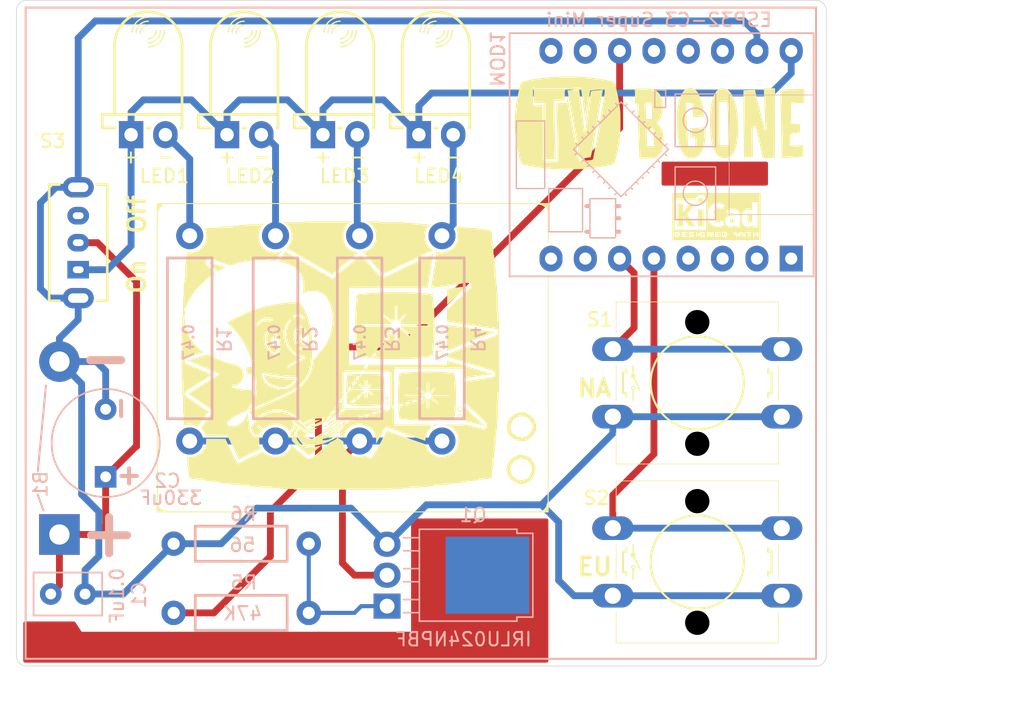
<source format=kicad_pcb>
(kicad_pcb (version 20241229) (generator "pcbnew") (generator_version "9.0")
  (title_block (title "TV-B-Gone kit V2 -- preliminary PCB") (date "2026-01-29") (rev "r1") (company "Cornfield Electronics") (comment 1 "Mitch Altman") (comment 2 "License:  CC BY-SA 4.0"))
  (layers (0 "F.Cu" signal) (2 "B.Cu" signal) (13 "F.Paste" user) (15 "B.Paste" user) (5 "F.SilkS" user "F.Silkscreen") (7 "B.SilkS" user "B.Silkscreen") (1 "F.Mask" user) (3 "B.Mask" user) (25 "Edge.Cuts" user))
  (net 0 "")
  (net 1 "GND")
  (net 2 "Net-(S3-B)")
  (net 4 "+4.5V")
  (net 8 "Net-(MOD1-GPIO10)")
  (net 13 "Net-(MOD1-GPIO9)")
  (net 14 "Net-(MOD1-GPIO2)")
  (net 19 "Net-(LED1-PadK)")
  (net 20 "Net-(LED2-PadK)")
  (net 21 "Net-(LED3-PadK)")
  (net 22 "Net-(LED4-PadK)")
  (net 23 "Net-(Q1-PadD)")
  (net 24 "Net-(Q1-PadG)")
  (footprint "TVBG_Library:Turning_Off_TVs_pads_masked" (layer "F.Cu") (at 138.43 111.29)
    (property "Reference" "G***" (hide yes))
    (property "Value" "LOGO" (hide yes))
  )
  (footprint "TVBG_Library:TACTILE_SWITCH_12MM" (layer "F.Cu") (at 163.93 126.405)
    (property "Reference" "S2" (at -7.466 -4.739 0) (layer "F.SilkS"))
    (property "Value" "EU")
    (pad "" np_thru_hole circle (at 0 -4.5) (size 3.048 3.048) (drill 1.8) (layers))
    (pad "" np_thru_hole oval (at 0 4.5) (size 3.048 1.624) (drill 1.8) (layers))
    (pad "1" thru_hole oval (at 6.25 2.5) (size 3.048 1.75) (drill 1.2) (layers "*.Cu" "*.Mask") (net 1 "GND"))
    (pad "2" thru_hole oval (at -6.25 2.5) (size 3.048 1.75) (drill 1.2) (layers "*.Cu" "*.Mask") (net 1 "GND"))
    (pad "3" thru_hole oval (at 6.25 -2.5) (size 3.048 1.75) (drill 1.2) (layers "*.Cu" "*.Mask") (net 13 "Net-(MOD1-GPIO9)"))
    (pad "4" thru_hole oval (at -6.25 -2.5) (size 3.048 1.75) (drill 1.2) (layers "*.Cu" "*.Mask") (net 13 "Net-(MOD1-GPIO9)"))
  )
  (footprint "TVBG_Library:Cornfield_logo" (layer "F.Cu") (at 128.27 132.588)
    (property "Reference" "G***" (hide yes))
    (property "Value" "LOGO" (hide yes))
  )
  (footprint "TVBG_Library:C&K_SPST_OS102011MS2QS1" (layer "F.Cu") (at 118.11 104.775 90)
    (property "Reference" "S3" (at 9.525 -1.905 180) (layer "F.SilkS"))
    (property "Value" "Power" (hide yes))
    (pad "1" thru_hole rect (at 0 0 90) (size 1.3 1.6) (drill oval 0.5 0.8) (layers "*.Cu" "*.Mask") (net 4 "+4.5V"))
    (pad "2" thru_hole oval (at 2.000001 0.000001 90) (size 1.3 1.6) (drill oval 0.5 0.8) (layers "*.Cu" "*.Mask") (net 2 "Net-(S3-B)"))
    (pad "3" thru_hole oval (at 4 0 90) (size 1.3 1.6) (drill oval 0.5 0.8) (layers "*.Cu" "*.Mask"))
    (pad "4" thru_hole oval (at -2.1 0 90) (size 1.5 2.3) (drill oval 0.7 1.5) (layers "*.Cu" "*.Mask") (net 1 "GND"))
    (pad "5" thru_hole oval (at 6.1 0 90) (size 1.5 2.3) (drill oval 0.7 1.5) (layers "*.Cu" "*.Mask") (net 1 "GND"))
  )
  (footprint "TVBG_Library:LED_IR_5MM" (layer "F.Cu") (at 144.595 94.780001)
    (property "Reference" "LED4" (at -1.72 3.644999 0) (layer "F.SilkS") (effects (justify left bottom)))
    (property "Value" "IR333-A")
    (fp_text user "+" (at -2 2.2 0) (layer "F.SilkS") (effects (justify left bottom)))
    (fp_text user "-" (at 0.6 2.2 0) (layer "F.SilkS") (effects (justify left bottom)))
    (pad "A" thru_hole rect (at -1.27 0) (size 1.8 2) (drill 1) (layers "*.Cu" "*.Mask") (net 4 "+4.5V"))
    (pad "K" thru_hole oval (at 1.27 0) (size 1.8 2) (drill 1) (layers "*.Cu" "*.Mask") (net 22 "Net-(LED4-PadK)"))
  )
  (footprint "TVBG_Library:CC-BY-SA_logo" (layer "F.Cu") (at 147.828 124.46)
    (property "Reference" "G***" (hide yes))
    (property "Value" "LOGO" (hide yes))
  )
  (footprint "TVBG_Library:KiCad_Designed_With" (layer "F.Cu") (at 165.354 100.838)
    (property "Reference" "G***" (hide yes))
    (property "Value" "LOGO" (hide yes))
  )
  (footprint "TVBG_Library:LED_IR_5MM" (layer "F.Cu") (at 137.495 94.780001)
    (property "Reference" "LED3" (at -1.605 3.644999 0) (layer "F.SilkS") (effects (justify left bottom)))
    (property "Value" "IR333-A")
    (fp_text user "+" (at -2 2.2 0) (layer "F.SilkS") (effects (justify left bottom)))
    (fp_text user "-" (at 0.6 2.2 0) (layer "F.SilkS") (effects (justify left bottom)))
    (pad "A" thru_hole rect (at -1.27 0) (size 1.8 2) (drill 1) (layers "*.Cu" "*.Mask") (net 4 "+4.5V"))
    (pad "K" thru_hole oval (at 1.27 0) (size 1.8 2) (drill 1) (layers "*.Cu" "*.Mask") (net 21 "Net-(LED3-PadK)"))
  )
  (footprint "TVBG_Library:LED_IR_5MM" (layer "F.Cu") (at 123.295 94.780001)
    (property "Reference" "LED1" (at -0.74 3.644999 0) (layer "F.SilkS") (effects (justify left bottom)))
    (property "Value" "IR333C/H0/L10")
    (fp_text user "+" (at -2 2.2 0) (layer "F.SilkS") (effects (justify left bottom)))
    (fp_text user "-" (at 0.6 2.2 0) (layer "F.SilkS") (effects (justify left bottom)))
    (pad "A" thru_hole rect (at -1.27 0) (size 1.8 2) (drill 1) (layers "*.Cu" "*.Mask") (net 4 "+4.5V"))
    (pad "K" thru_hole oval (at 1.27 0) (size 1.8 2) (drill 1) (layers "*.Cu" "*.Mask") (net 19 "Net-(LED1-PadK)"))
  )
  (footprint "TVBG_Library:LED_IR_5MM" (layer "F.Cu") (at 130.395 94.780001)
    (property "Reference" "LED2" (at -1.49 3.644999 0) (layer "F.SilkS") (effects (justify left bottom)))
    (property "Value" "IR333C/H0/L10")
    (fp_text user "-" (at 0.6 2.2 0) (layer "F.SilkS") (effects (justify left bottom)))
    (fp_text user "+" (at -2 2.2 0) (layer "F.SilkS") (effects (justify left bottom)))
    (pad "A" thru_hole rect (at -1.27 0) (size 1.8 2) (drill 1) (layers "*.Cu" "*.Mask") (net 4 "+4.5V"))
    (pad "K" thru_hole oval (at 1.27 0) (size 1.8 2) (drill 1) (layers "*.Cu" "*.Mask") (net 20 "Net-(LED2-PadK)"))
  )
  (footprint "TVBG_Library:TV-B-Gone_logo" (layer "F.Cu") (at 161.036 93.98)
    (property "Reference" "G***" (hide yes))
    (property "Value" "LOGO" (hide yes))
  )
  (footprint "TVBG_Library:Open_Hardware_logo" (layer "F.Cu") (at 147.828 129.794)
    (property "Reference" "G***" (hide yes))
    (property "Value" "LOGO" (hide yes))
  )
  (footprint "TVBG_Library:TACTILE_SWITCH_12MM" (layer "F.Cu") (at 163.93 113.155)
    (property "Reference" "S1" (at -7.212 -4.697 0) (layer "F.SilkS"))
    (property "Value" "NA")
    (pad "" np_thru_hole circle (at 0 -4.5) (size 3.048 3.048) (drill 1.8) (layers))
    (pad "" np_thru_hole oval (at 0 4.5) (size 3.048 1.624) (drill 1.8) (layers))
    (pad "1" thru_hole oval (at 6.25 2.5) (size 3.048 1.75) (drill 1.2) (layers "*.Cu" "*.Mask") (net 1 "GND"))
    (pad "2" thru_hole oval (at -6.25 2.5) (size 3.048 1.75) (drill 1.2) (layers "*.Cu" "*.Mask") (net 1 "GND"))
    (pad "3" thru_hole oval (at 6.25 -2.5) (size 3.048 1.75) (drill 1.2) (layers "*.Cu" "*.Mask") (net 8 "Net-(MOD1-GPIO10)"))
    (pad "4" thru_hole oval (at -6.25 -2.5) (size 3.048 1.75) (drill 1.2) (layers "*.Cu" "*.Mask") (net 8 "Net-(MOD1-GPIO10)"))
  )
  (footprint "TVBG_Library:Resistor_THT_0.25W" (layer "B.Cu") (at 130.175 125.055)
    (property "Reference" "R6" (at 1.228215 -1.611 0) (layer "B.SilkS") (effects (justify left bottom mirror)))
    (property "Value" "47K")
    (pad "P$1" thru_hole circle (at -5 0) (size 1.8 1.8) (drill 0.9) (layers "*.Cu" "*.Mask") (net 1 "GND"))
    (pad "P$2" thru_hole circle (at 5 0) (size 1.8 1.8) (drill 0.9) (layers "*.Cu" "*.Mask") (net 24 "Net-(Q1-PadG)"))
  )
  (footprint "TVBG_Library:Resistor_THT_0.5W" (layer "B.Cu") (at 145.034 109.854997 90)
    (property "Reference" "R4" (at -1.143003 2.032 270) (layer "B.SilkS") (effects (justify left bottom mirror)))
    (property "Value" "0.47")
    (pad "P$1" thru_hole circle (at -7.6 0 90) (size 2 2) (drill 1.1) (layers "*.Cu" "*.Mask") (net 23 "Net-(Q1-PadD)"))
    (pad "P$2" thru_hole circle (at 7.6 0 90) (size 2 2) (drill 1.1) (layers "*.Cu" "*.Mask") (net 22 "Net-(LED4-PadK)"))
  )
  (footprint "TVBG_Library:BatteryHolder_Eagle_Plastic_Devices_3xAA" (layer "B.Cu") (at 172.72 109.474 180)
    (property "Reference" "B1" (at 57.404 -11.176 90) (layer "B.SilkS") (effects (justify mirror)))
    (property "Value" "Battery Holder for 3xAA")
    (fp_text user "+" (at 52.324 -14.699998 0) (layer "B.SilkS") (effects (font (size 3.5 3.5) (thickness 0.6) (bold yes)) (justify mirror)))
    (fp_text user "-" (at 52.578 -1.778 0) (layer "B.SilkS") (effects (font (size 3 3) (thickness 0.6) (bold yes)) (justify mirror)))
    (pad "+" thru_hole rect (at 56 -14.899998 180) (size 3 3) (drill 1.5) (layers "*.Cu" "*.Mask") (net 2 "Net-(S3-B)"))
    (pad "-" thru_hole circle (at 56 -2.1 180) (size 3 3) (drill 1.5) (layers "*.Cu" "*.Mask") (net 1 "GND"))
  )
  (footprint "TVBG_Library:Resistor_THT_0.25W" (layer "B.Cu") (at 130.175 130.175)
    (property "Reference" "R5" (at 1.27 -1.651 0) (layer "B.SilkS") (effects (justify left bottom mirror)))
    (property "Value" "56")
    (pad "P$1" thru_hole circle (at -5 0) (size 1.8 1.8) (drill 0.9) (layers "*.Cu" "*.Mask") (net 14 "Net-(MOD1-GPIO2)"))
    (pad "P$2" thru_hole circle (at 5 0) (size 1.8 1.8) (drill 0.9) (layers "*.Cu" "*.Mask") (net 24 "Net-(Q1-PadG)"))
  )
  (footprint "TVBG_Library:Resistor_THT_0.5W" (layer "B.Cu") (at 132.715 109.854997 90)
    (property "Reference" "R2" (at -1.143003 1.905 270) (layer "B.SilkS") (effects (justify left bottom mirror)))
    (property "Value" "0.47")
    (pad "P$1" thru_hole circle (at -7.6 0 90) (size 2 2) (drill 1.1) (layers "*.Cu" "*.Mask") (net 23 "Net-(Q1-PadD)"))
    (pad "P$2" thru_hole circle (at 7.6 0 90) (size 2 2) (drill 1.1) (layers "*.Cu" "*.Mask") (net 20 "Net-(LED2-PadK)"))
  )
  (footprint "TVBG_Library:Resistor_THT_0.5W" (layer "B.Cu") (at 126.365 109.854997 90)
    (property "Reference" "R1" (at -1.143003 1.905 270) (layer "B.SilkS") (effects (justify left bottom mirror)))
    (property "Value" "0.47")
    (pad "P$1" thru_hole circle (at -7.6 0 90) (size 2 2) (drill 1.1) (layers "*.Cu" "*.Mask") (net 23 "Net-(Q1-PadD)"))
    (pad "P$2" thru_hole circle (at 7.6 0 90) (size 2 2) (drill 1.1) (layers "*.Cu" "*.Mask") (net 19 "Net-(LED1-PadK)"))
  )
  (footprint "TVBG_Library:TO-251AA_Horizontal_TabDown" (layer "B.Cu") (at 140.97 129.675001 90)
    (property "Reference" "Q1" (at 6.739001 6.372 180) (layer "B.SilkS") (effects (justify mirror)))
    (property "Value" "IRLU024NPBF")
    (pad "4" smd rect (at 2.29 7.433 90) (size 5.7 6.2) (layers "B.Cu" "B.Mask" "B.Paste"))
    (pad "D" thru_hole oval (at 2.29 0 90) (size 1.85 2) (drill 1.1) (layers "*.Cu" "*.Mask") (net 23 "Net-(Q1-PadD)"))
    (pad "G" thru_hole rect (at 0 0 90) (size 1.85 2) (drill 1.1) (layers "*.Cu" "*.Mask") (net 24 "Net-(Q1-PadG)"))
    (pad "S" thru_hole oval (at 4.58 0 90) (size 1.85 2) (drill 1.1) (layers "*.Cu" "*.Mask") (net 1 "GND"))
  )
  (footprint "TVBG_Library:Resistor_THT_0.5W" (layer "B.Cu") (at 138.938 109.855 90)
    (property "Reference" "R3" (at -1.143 1.778 270) (layer "B.SilkS") (effects (justify left bottom mirror)))
    (property "Value" "0.47")
    (pad "P$1" thru_hole circle (at -7.6 0 90) (size 2 2) (drill 1.1) (layers "*.Cu" "*.Mask") (net 23 "Net-(Q1-PadD)"))
    (pad "P$2" thru_hole circle (at 7.6 0 90) (size 2 2) (drill 1.1) (layers "*.Cu" "*.Mask") (net 21 "Net-(LED3-PadK)"))
  )
  (footprint "TVBG_Library:ESP32-C3_Super_Mini" (layer "B.Cu") (at 161.29 96.266 90)
    (property "Reference" "MOD1" (at 7.112 -12.192 270) (layer "B.SilkS") (effects (justify mirror)))
    (property "Value" "ESP32-C3 Super Mini")
    (pad "1" thru_hole rect (at -7.685 9.595 90) (size 1.9 1.7) (drill 0.9) (layers "*.Cu" "*.Mask"))
    (pad "2" thru_hole oval (at -7.685001 7.054999 90) (size 1.9 1.7) (drill 0.9) (layers "*.Cu" "*.Mask"))
    (pad "3" thru_hole oval (at -7.685 4.515 90) (size 1.9 1.7) (drill 0.9) (layers "*.Cu" "*.Mask"))
    (pad "4" thru_hole oval (at -7.684999 1.975 90) (size 1.9 1.7) (drill 0.9) (layers "*.Cu" "*.Mask"))
    (pad "5" thru_hole oval (at -7.685 -0.564998 90) (size 1.9 1.7) (drill 0.9) (layers "*.Cu" "*.Mask") (net 13 "Net-(MOD1-GPIO9)"))
    (pad "6" thru_hole oval (at -7.685 -3.105001 90) (size 1.9 1.7) (drill 0.9) (layers "*.Cu" "*.Mask") (net 8 "Net-(MOD1-GPIO10)"))
    (pad "7" thru_hole oval (at -7.685001 -5.645 90) (size 1.9 1.7) (drill 0.9) (layers "*.Cu" "*.Mask"))
    (pad "8" thru_hole oval (at -7.685 -8.185 90) (size 1.9 1.7) (drill 0.9) (layers "*.Cu" "*.Mask"))
    (pad "9" thru_hole oval (at 7.685 -8.185001 90) (size 1.9 1.7) (drill 0.9) (layers "*.Cu" "*.Mask"))
    (pad "10" thru_hole oval (at 7.684999 -5.645 90) (size 1.9 1.7) (drill 0.9) (layers "*.Cu" "*.Mask"))
    (pad "11" thru_hole oval (at 7.684999 -3.104999 90) (size 1.9 1.7) (drill 0.9) (layers "*.Cu" "*.Mask") (net 14 "Net-(MOD1-GPIO2)"))
    (pad "12" thru_hole oval (at 7.685001 -0.565001 90) (size 1.9 1.7) (drill 0.9) (layers "*.Cu" "*.Mask"))
    (pad "13" thru_hole oval (at 7.685001 1.975001 90) (size 1.9 1.7) (drill 0.9) (layers "*.Cu" "*.Mask"))
    (pad "14" thru_hole oval (at 7.685 4.515 90) (size 1.9 1.7) (drill 0.9) (layers "*.Cu" "*.Mask"))
    (pad "15" thru_hole oval (at 7.684999 7.054999 90) (size 1.9 1.7) (drill 0.9) (layers "*.Cu" "*.Mask") (net 1 "GND"))
    (pad "16" thru_hole oval (at 7.685 9.595 90) (size 1.9 1.7) (drill 0.9) (layers "*.Cu" "*.Mask") (net 4 "+4.5V"))
  )
  (footprint "TVBG_Library:Cap_Panasonic_Electrolytic_8mm" (layer "B.Cu") (at 120.142 117.602 90)
    (property "Reference" "C2" (at -2.794 4.572 180) (layer "B.SilkS") (effects (justify mirror)))
    (property "Value" "330uF" (at -4.064 4.826 180) (layer "B.SilkS") (effects (justify mirror)))
    (fp_text user "-" (at 1.437199 0.368728 270) (layer "B.SilkS") (effects (font (size 1.5 1.5) (thickness 0.3) (bold yes)) (justify left bottom mirror)))
    (fp_text user "+" (at -3.56191 0.962374 270) (layer "B.SilkS") (effects (font (size 1.5 1.5) (thickness 0.3) (bold yes)) (justify left bottom mirror)))
    (pad "1" thru_hole rect (at -2.5 0 90) (size 1.6 1.6) (drill 0.8) (layers "*.Cu" "*.Mask") (net 2 "Net-(S3-B)"))
    (pad "2" thru_hole circle (at 2.5 0 90) (size 1.6 1.6) (drill 0.8) (layers "*.Cu" "*.Mask") (net 1 "GND"))
  )
  (footprint "TVBG_Library:Cap_Kemet_2.54_MLCC_through-hole" (layer "B.Cu") (at 117.348 128.778)
    (property "Reference" "C1" (at 5.842 -1.016 90) (layer "B.SilkS") (effects (justify left bottom mirror)))
    (property "Value" "0.1uF" (at 3.048 -2.032 90) (layer "B.SilkS") (effects (justify left top mirror)))
    (pad "1" thru_hole circle (at -1.269996 0) (size 1.6 1.6) (drill 0.8) (layers "*.Cu" "*.Mask") (net 2 "Net-(S3-B)"))
    (pad "2" thru_hole circle (at 1.269996 0) (size 1.6 1.6) (drill 0.8) (layers "*.Cu" "*.Mask") (net 1 "GND"))
  )
  (gr_line (start 115.538797 122.599616) (end 115.107157 121.419106) (stroke (width 0.15)) (layer "B.SilkS"))
  (gr_line (start 115.123364 119.664816) (end 115.720119 113.357928) (stroke (width 0.15)) (layer "B.SilkS"))
  (gr_line (start 173.482 85.598) (end 173.482 133.35) (stroke (width 0.05)) (layer "Edge.Cuts"))
  (gr_line (start 172.72 134.112) (end 114.3 134.112) (stroke (width 0.05)) (layer "Edge.Cuts"))
  (gr_line (start 114.3 84.836) (end 172.72 84.836) (stroke (width 0.05)) (layer "Edge.Cuts"))
  (gr_arc (start 113.538 85.598) (mid 113.761185 85.059185) (end 114.3 84.836) (stroke (width 0.05)) (layer "Edge.Cuts"))
  (gr_arc (start 172.72 84.836) (mid 173.258815 85.059185) (end 173.482 85.598) (stroke (width 0.05)) (layer "Edge.Cuts"))
  (gr_arc (start 173.482 133.35) (mid 173.258815 133.888815) (end 172.72 134.112) (stroke (width 0.05)) (layer "Edge.Cuts"))
  (gr_line (start 113.538 133.35) (end 113.538 85.598) (stroke (width 0.05)) (layer "Edge.Cuts"))
  (gr_arc (start 114.3 134.112) (mid 113.761185 133.888815) (end 113.538 133.35) (stroke (width 0.05)) (layer "Edge.Cuts"))
  (gr_text "On" (at 123.19 106.68 90) (layer "F.SilkS") (effects (font (size 1.27 1.27) (thickness 0.254) (bold yes)) (justify left bottom)))
  (gr_text "EU" (at 154.94 127.508 0) (layer "F.SilkS") (effects (font (size 1.27 1.27) (thickness 0.254) (bold yes)) (justify left bottom)))
  (gr_text "Off" (at 123.19 102.235 90) (layer "F.SilkS") (effects (font (size 1.27 1.27) (thickness 0.254) (bold yes)) (justify left bottom)))
  (gr_text "NA" (at 154.94 114.3 0) (layer "F.SilkS") (effects (font (size 1.27 1.27) (thickness 0.254) (bold yes)) (justify left bottom)))
  (gr_text "0.47" (at 145.542 108.712 90) (layer "B.SilkS") (effects (font (size 0.8 0.8) (thickness 0.15) (bold yes)) (justify left bottom mirror)))
  (gr_text "0.47" (at 133.096 108.712 90) (layer "B.SilkS") (effects (font (size 0.8 0.8) (thickness 0.15) (bold yes)) (justify left bottom mirror)))
  (gr_text "0.47" (at 126.746 108.712 90) (layer "B.SilkS") (effects (font (size 0.8 0.8) (thickness 0.15) (bold yes)) (justify left bottom mirror)))
  (gr_text "0.47" (at 139.446 108.712 90) (layer "B.SilkS") (effects (font (size 0.8 0.8) (thickness 0.15) (bold yes)) (justify left bottom mirror)))
  (gr_text "IRLU024NPBF" (at 151.765 132.715 0) (layer "B.SilkS") (effects (font (size 1 1)) (justify left bottom mirror)))
  (gr_text "47K" (at 131.826 130.81 0) (layer "B.SilkS") (effects (font (size 1 1) (thickness 0.15) (bold yes)) (justify left bottom mirror)))
  (gr_text "56" (at 131.318 125.73 0) (layer "B.SilkS") (effects (font (size 1 1) (thickness 0.15) (bold yes)) (justify left bottom mirror)))
  (gr_text "ESP32-C3 Super Mini" (at 169.545 86.868 0) (layer "B.SilkS") (effects (font (size 1 1) (thickness 0.15) (bold yes)) (justify left bottom mirror)))
  (segment (start 131.318 122.428) (end 128.691 125.055) (width 0.508) (layer "B.Cu") (net 1))
  (segment (start 118.618 127) (end 118.618 128.777996) (width 0.508) (layer "B.Cu") (net 1))
  (segment (start 118.11 87.63) (end 119.38 86.36) (width 0.508) (layer "B.Cu") (net 1))
  (segment (start 157.68 128.905) (end 154.813 128.905) (width 0.508) (layer "B.Cu") (net 1))
  (segment (start 116.019 106.875) (end 115.316 106.172) (width 0.508) (layer "B.Cu") (net 1))
  (segment (start 115.316 99.822) (end 116.463 98.675) (width 0.508) (layer "B.Cu") (net 1))
  (segment (start 118.364 121.412) (end 119.634 122.682) (width 0.508) (layer "B.Cu") (net 1))
  (segment (start 152.4 122.174) (end 143.891 122.174) (width 0.508) (layer "B.Cu") (net 1))
  (segment (start 152.4 122.174) (end 157.68 116.894) (width 0.508) (layer "B.Cu") (net 1))
  (segment (start 153.67 123.444) (end 152.4 122.174) (width 0.508) (layer "B.Cu") (net 1))
  (segment (start 118.11 106.875) (end 116.019 106.875) (width 0.508) (layer "B.Cu") (net 1))
  (segment (start 128.691 125.055) (end 125.175 125.055) (width 0.508) (layer "B.Cu") (net 1))
  (segment (start 119.634 122.682) (end 119.634 125.984) (width 0.508) (layer "B.Cu") (net 1))
  (segment (start 118.364 113.218) (end 118.364 121.412) (width 0.508) (layer "B.Cu") (net 1))
  (segment (start 157.68 115.655) (end 170.18 115.655) (width 0.508) (layer "B.Cu") (net 1))
  (segment (start 116.72 111.574) (end 119.448 111.574) (width 0.508) (layer "B.Cu") (net 1))
  (segment (start 153.67 127.762) (end 153.67 123.444) (width 0.508) (layer "B.Cu") (net 1))
  (segment (start 121.452 128.778) (end 125.175 125.055) (width 0.508) (layer "B.Cu") (net 1))
  (segment (start 168.344999 87.318999) (end 168.344999 88.581001) (width 0.508) (layer "B.Cu") (net 1))
  (segment (start 118.617996 128.778) (end 121.452 128.778) (width 0.508) (layer "B.Cu") (net 1))
  (segment (start 119.448 111.574) (end 120.142 112.268) (width 0.508) (layer "B.Cu") (net 1))
  (segment (start 138.303 122.428) (end 131.318 122.428) (width 0.508) (layer "B.Cu") (net 1))
  (segment (start 118.618 128.777996) (end 118.617996 128.778) (width 0.508) (layer "B.Cu") (net 1))
  (segment (start 119.634 125.984) (end 118.618 127) (width 0.508) (layer "B.Cu") (net 1))
  (segment (start 157.68 116.894) (end 157.68 115.655) (width 0.508) (layer "B.Cu") (net 1))
  (segment (start 120.142 112.268) (end 120.142 115.102) (width 0.508) (layer "B.Cu") (net 1))
  (segment (start 118.11 108.458) (end 118.11 106.875) (width 0.508) (layer "B.Cu") (net 1))
  (segment (start 140.97 125.095) (end 138.303 122.428) (width 0.508) (layer "B.Cu") (net 1))
  (segment (start 115.316 106.172) (end 115.316 99.822) (width 0.508) (layer "B.Cu") (net 1))
  (segment (start 143.891 122.174) (end 140.97 125.095) (width 0.508) (layer "B.Cu") (net 1))
  (segment (start 116.72 111.574) (end 116.72 109.848) (width 0.508) (layer "B.Cu") (net 1))
  (segment (start 167.386 86.36) (end 168.344999 87.318999) (width 0.508) (layer "B.Cu") (net 1))
  (segment (start 154.813 128.905) (end 153.67 127.762) (width 0.508) (layer "B.Cu") (net 1))
  (segment (start 116.463 98.675) (end 118.11 98.675) (width 0.508) (layer "B.Cu") (net 1))
  (segment (start 116.72 111.574) (end 118.364 113.218) (width 0.508) (layer "B.Cu") (net 1))
  (segment (start 116.72 109.848) (end 118.11 108.458) (width 0.508) (layer "B.Cu") (net 1))
  (segment (start 118.11 98.675) (end 118.11 87.63) (width 0.508) (layer "B.Cu") (net 1))
  (segment (start 119.38 86.36) (end 167.386 86.36) (width 0.508) (layer "B.Cu") (net 1))
  (segment (start 157.68 128.905) (end 170.18 128.905) (width 0.508) (layer "B.Cu") (net 1))
  (segment (start 122.388 117.856) (end 120.142 120.102) (width 0.508) (layer "F.Cu") (net 2))
  (segment (start 122.428 105.664) (end 122.428 117.856) (width 0.508) (layer "F.Cu") (net 2))
  (segment (start 119.466002 124.373998) (end 116.72 124.373998) (width 0.508) (layer "F.Cu") (net 2))
  (segment (start 120.142 123.698) (end 119.466002 124.373998) (width 0.508) (layer "F.Cu") (net 2))
  (segment (start 122.428 117.856) (end 122.388 117.856) (width 0.508) (layer "F.Cu") (net 2))
  (segment (start 116.72 128.136004) (end 116.078004 128.778) (width 0.508) (layer "F.Cu") (net 2))
  (segment (start 116.72 124.373998) (end 116.72 128.136004) (width 0.508) (layer "F.Cu") (net 2))
  (segment (start 118.110001 102.774999) (end 119.538999 102.774999) (width 0.508) (layer "F.Cu") (net 2))
  (segment (start 120.142 120.102) (end 120.142 123.698) (width 0.508) (layer "F.Cu") (net 2))
  (segment (start 119.538999 102.774999) (end 122.428 105.664) (width 0.508) (layer "F.Cu") (net 2))
  (segment (start 122.025 94.780001) (end 122.025 93.113) (width 0.508) (layer "B.Cu") (net 4))
  (segment (start 130.048 92.202) (end 129.125 93.125) (width 0.508) (layer "B.Cu") (net 4))
  (segment (start 143.325 94.780001) (end 143.294001 94.780001) (width 0.508) (layer "B.Cu") (net 4))
  (segment (start 122.025 103.019) (end 120.269 104.775) (width 0.508) (layer "B.Cu") (net 4))
  (segment (start 122.025 93.113) (end 122.936 92.202) (width 0.508) (layer "B.Cu") (net 4))
  (segment (start 144.272 91.694) (end 169.418 91.694) (width 0.508) (layer "B.Cu") (net 4))
  (segment (start 120.269 104.775) (end 118.11 104.775) (width 0.508) (layer "B.Cu") (net 4))
  (segment (start 136.225 94.780001) (end 136.182001 94.780001) (width 0.508) (layer "B.Cu") (net 4))
  (segment (start 136.906 92.202) (end 136.225 92.883) (width 0.508) (layer "B.Cu") (net 4))
  (segment (start 122.936 92.202) (end 126.492 92.202) (width 0.508) (layer "B.Cu") (net 4))
  (segment (start 169.418 91.694) (end 170.885 90.227) (width 0.508) (layer "B.Cu") (net 4))
  (segment (start 136.225 92.883) (end 136.225 94.780001) (width 0.508) (layer "B.Cu") (net 4))
  (segment (start 136.182001 94.780001) (end 133.604 92.202) (width 0.508) (layer "B.Cu") (net 4))
  (segment (start 143.325 92.641) (end 144.272 91.694) (width 0.508) (layer "B.Cu") (net 4))
  (segment (start 143.325 94.780001) (end 143.325 92.641) (width 0.508) (layer "B.Cu") (net 4))
  (segment (start 143.294001 94.780001) (end 140.716 92.202) (width 0.508) (layer "B.Cu") (net 4))
  (segment (start 126.492 92.202) (end 129.070001 94.780001) (width 0.508) (layer "B.Cu") (net 4))
  (segment (start 140.716 92.202) (end 136.906 92.202) (width 0.508) (layer "B.Cu") (net 4))
  (segment (start 122.025 94.780001) (end 122.025 103.019) (width 0.508) (layer "B.Cu") (net 4))
  (segment (start 129.070001 94.780001) (end 129.125 94.780001) (width 0.508) (layer "B.Cu") (net 4))
  (segment (start 133.604 92.202) (end 130.048 92.202) (width 0.508) (layer "B.Cu") (net 4))
  (segment (start 129.125 93.125) (end 129.125 94.780001) (width 0.508) (layer "B.Cu") (net 4))
  (segment (start 170.885 90.227) (end 170.885 88.581) (width 0.508) (layer "B.Cu") (net 4))
  (segment (start 159.258 105.024001) (end 158.184999 103.951) (width 0.508) (layer "F.Cu") (net 8))
  (segment (start 157.68 110.655) (end 159.258 109.077) (width 0.508) (layer "F.Cu") (net 8))
  (segment (start 159.258 109.077) (end 159.258 105.024001) (width 0.508) (layer "F.Cu") (net 8))
  (segment (start 157.68 110.655) (end 170.18 110.655) (width 0.508) (layer "B.Cu") (net 8))
  (segment (start 157.68 121.466) (end 160.725002 118.420998) (width 0.508) (layer "F.Cu") (net 13))
  (segment (start 160.725002 118.420998) (end 160.725002 103.951) (width 0.508) (layer "F.Cu") (net 13))
  (segment (start 157.68 123.905) (end 157.68 121.466) (width 0.508) (layer "F.Cu") (net 13))
  (segment (start 157.68 123.905) (end 170.18 123.905) (width 0.508) (layer "B.Cu") (net 13))
  (segment (start 125.175 130.175) (end 128.143 130.175) (width 0.508) (layer "F.Cu") (net 14))
  (segment (start 135.89 119.126) (end 135.89 111.76) (width 0.508) (layer "F.Cu") (net 14))
  (segment (start 132.334 122.682) (end 135.89 119.126) (width 0.508) (layer "F.Cu") (net 14))
  (segment (start 128.143 130.175) (end 132.334 125.984) (width 0.508) (layer "F.Cu") (net 14))
  (segment (start 141.986 110.49) (end 158.185001 94.290999) (width 0.508) (layer "F.Cu") (net 14))
  (segment (start 132.334 125.984) (end 132.334 122.682) (width 0.508) (layer "F.Cu") (net 14))
  (segment (start 158.185001 94.290999) (end 158.185001 88.581001) (width 0.508) (layer "F.Cu") (net 14))
  (segment (start 135.89 111.76) (end 137.16 110.49) (width 0.508) (layer "F.Cu") (net 14))
  (segment (start 137.16 110.49) (end 141.986 110.49) (width 0.508) (layer "F.Cu") (net 14))
  (segment (start 126.365 96.580001) (end 126.365 102.254997) (width 0.508) (layer "B.Cu") (net 19))
  (segment (start 124.565 94.780001) (end 126.365 96.580001) (width 0.508) (layer "B.Cu") (net 19))
  (segment (start 132.715 102.254997) (end 132.715 95.631) (width 0.508) (layer "B.Cu") (net 20))
  (segment (start 132.715 95.631) (end 131.864001 94.780001) (width 0.508) (layer "B.Cu") (net 20))
  (segment (start 131.864001 94.780001) (end 131.665 94.780001) (width 0.508) (layer "B.Cu") (net 20))
  (segment (start 138.765 94.780001) (end 138.765 102.082) (width 0.508) (layer "B.Cu") (net 21))
  (segment (start 138.765 102.082) (end 138.938 102.255) (width 0.508) (layer "B.Cu") (net 21))
  (segment (start 145.865 94.780001) (end 145.865 101.423997) (width 0.508) (layer "B.Cu") (net 22))
  (segment (start 145.865 101.423997) (end 145.034 102.254997) (width 0.508) (layer "B.Cu") (net 22))
  (segment (start 137.668 118.725) (end 138.938 117.455) (width 0.508) (layer "F.Cu") (net 23))
  (segment (start 140.97 127.385001) (end 138.561001 127.385001) (width 0.508) (layer "F.Cu") (net 23))
  (segment (start 137.668 126.492) (end 137.668 118.725) (width 0.508) (layer "F.Cu") (net 23))
  (segment (start 138.561001 127.385001) (end 137.668 126.492) (width 0.508) (layer "F.Cu") (net 23))
  (segment (start 132.949 117.455) (end 138.938 117.455) (width 0.508) (layer "B.Cu") (net 23))
  (segment (start 132.715 117.454997) (end 132.948997 117.454997) (width 0.508) (layer "B.Cu") (net 23))
  (segment (start 138.938 117.455) (end 145.033997 117.455) (width 0.508) (layer "B.Cu") (net 23))
  (segment (start 126.365 117.454997) (end 132.715 117.454997) (width 0.508) (layer "B.Cu") (net 23))
  (segment (start 132.948997 117.454997) (end 132.949 117.455) (width 0.508) (layer "B.Cu") (net 23))
  (segment (start 145.033997 117.455) (end 145.034 117.454997) (width 0.508) (layer "B.Cu") (net 23))
  (segment (start 139.056999 129.675001) (end 138.557 130.175) (width 0.3048) (layer "B.Cu") (net 24))
  (segment (start 138.557 130.175) (end 135.175 130.175) (width 0.3048) (layer "B.Cu") (net 24))
  (segment (start 135.175 125.055) (end 135.175 130.175) (width 0.3048) (layer "B.Cu") (net 24))
  (segment (start 140.97 129.675001) (end 139.056999 129.675001) (width 0.3048) (layer "B.Cu") (net 24))
  (zone (net 0) (net_name "") (layer "F.Cu") (priority 1) (connect_pads (clearance 0.5)) (min_thickness 0.25) (fill yes (thermal_gap 0.5) (thermal_bridge_width 0.5) (island_removal_mode 1) (island_area_min 10))
    (polygon (pts (xy 161.29 96.774) (xy 169.164 96.774) (xy 169.164 98.552) (xy 161.29 98.552)))
  )
  (zone (net 0) (net_name "") (layer "F.Cu") (connect_pads (clearance 0.5)) (min_thickness 0.25) (fill yes (thermal_gap 0.5) (thermal_bridge_width 0.5) (island_removal_mode 1) (island_area_min 10))
    (polygon (pts (xy 152.908 123.19) (xy 152.908 133.858) (xy 114.046 133.858) (xy 114.046 130.81) (xy 117.856 130.81) (xy 118.364 131.572) (xy 142.748 131.572) (xy 142.748 123.19)))
  )
)
</source>
